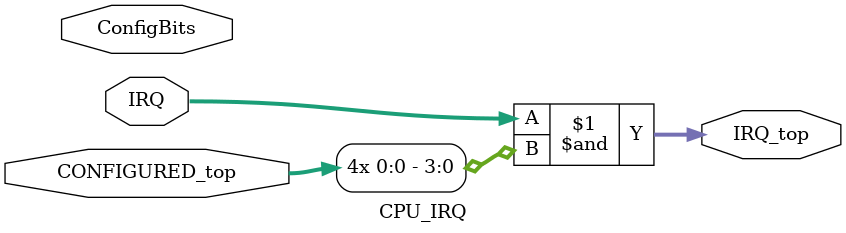
<source format=v>


module CPU_IRQ #(
    parameter NoConfigBits = 0,
    parameter NUM_IRQ = 4
)(
	// ConfigBits has to be adjusted manually (we don't use an arithmetic parser for the value)

	// User design
    input  [(NUM_IRQ - 1) : 0] IRQ,

    // Top
    (* FABulous, EXTERNAL *) output [(NUM_IRQ - 1) : 0] IRQ_top,
    
    (* FABulous, EXTERNAL *) input                        CONFIGURED_top,

    	(* FABulous, GLOBAL *) input [NoConfigBits-1:0] ConfigBits
);

	// Only trigger IRQs if the fabric is configured
	assign IRQ_top  = IRQ & {NUM_IRQ{CONFIGURED_top}};

endmodule

</source>
